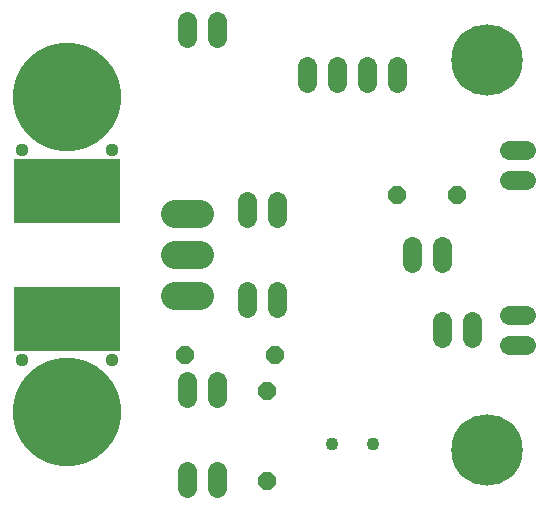
<source format=gbs>
G75*
%MOIN*%
%OFA0B0*%
%FSLAX25Y25*%
%IPPOS*%
%LPD*%
%AMOC8*
5,1,8,0,0,1.08239X$1,22.5*
%
%ADD10C,0.06400*%
%ADD11OC8,0.06000*%
%ADD12R,0.35249X0.21272*%
%ADD13C,0.23800*%
%ADD14C,0.36233*%
%ADD15C,0.04343*%
%ADD16C,0.09200*%
%ADD17C,0.04369*%
D10*
X0066937Y0011496D02*
X0066937Y0017096D01*
X0076937Y0017096D02*
X0076937Y0011496D01*
X0076937Y0041496D02*
X0076937Y0047096D01*
X0066937Y0047096D02*
X0066937Y0041496D01*
X0086937Y0071496D02*
X0086937Y0077096D01*
X0096937Y0077096D02*
X0096937Y0071496D01*
X0096937Y0101496D02*
X0096937Y0107096D01*
X0086937Y0107096D02*
X0086937Y0101496D01*
X0106937Y0146496D02*
X0106937Y0152096D01*
X0116937Y0152096D02*
X0116937Y0146496D01*
X0126937Y0146496D02*
X0126937Y0152096D01*
X0136937Y0152096D02*
X0136937Y0146496D01*
X0174137Y0124296D02*
X0179737Y0124296D01*
X0179737Y0114296D02*
X0174137Y0114296D01*
X0151937Y0092096D02*
X0151937Y0086496D01*
X0141937Y0086496D02*
X0141937Y0092096D01*
X0151937Y0067096D02*
X0151937Y0061496D01*
X0161937Y0061496D02*
X0161937Y0067096D01*
X0174137Y0069296D02*
X0179737Y0069296D01*
X0179737Y0059296D02*
X0174137Y0059296D01*
X0076937Y0161496D02*
X0076937Y0167096D01*
X0066937Y0167096D02*
X0066937Y0161496D01*
D11*
X0136937Y0109296D03*
X0156937Y0109296D03*
X0096252Y0055966D03*
X0093327Y0043828D03*
X0066252Y0055966D03*
X0093327Y0013828D03*
D12*
X0026937Y0068037D03*
X0026937Y0110556D03*
D13*
X0166937Y0154296D03*
X0166937Y0024296D03*
D14*
X0026937Y0036796D03*
X0026937Y0141796D03*
D15*
X0115052Y0026204D03*
X0128832Y0026204D03*
D16*
X0071137Y0075517D02*
X0062737Y0075517D01*
X0062737Y0089296D02*
X0071137Y0089296D01*
X0071137Y0103076D02*
X0062737Y0103076D01*
D17*
X0041937Y0119296D03*
X0036937Y0119296D03*
X0031937Y0119296D03*
X0026937Y0119296D03*
X0021937Y0119296D03*
X0016937Y0119296D03*
X0011937Y0119296D03*
X0011937Y0124296D03*
X0041937Y0124296D03*
X0041937Y0059296D03*
X0041937Y0054296D03*
X0036937Y0059296D03*
X0031937Y0059296D03*
X0026937Y0059296D03*
X0021937Y0059296D03*
X0016937Y0059296D03*
X0011937Y0059296D03*
X0011937Y0054296D03*
M02*

</source>
